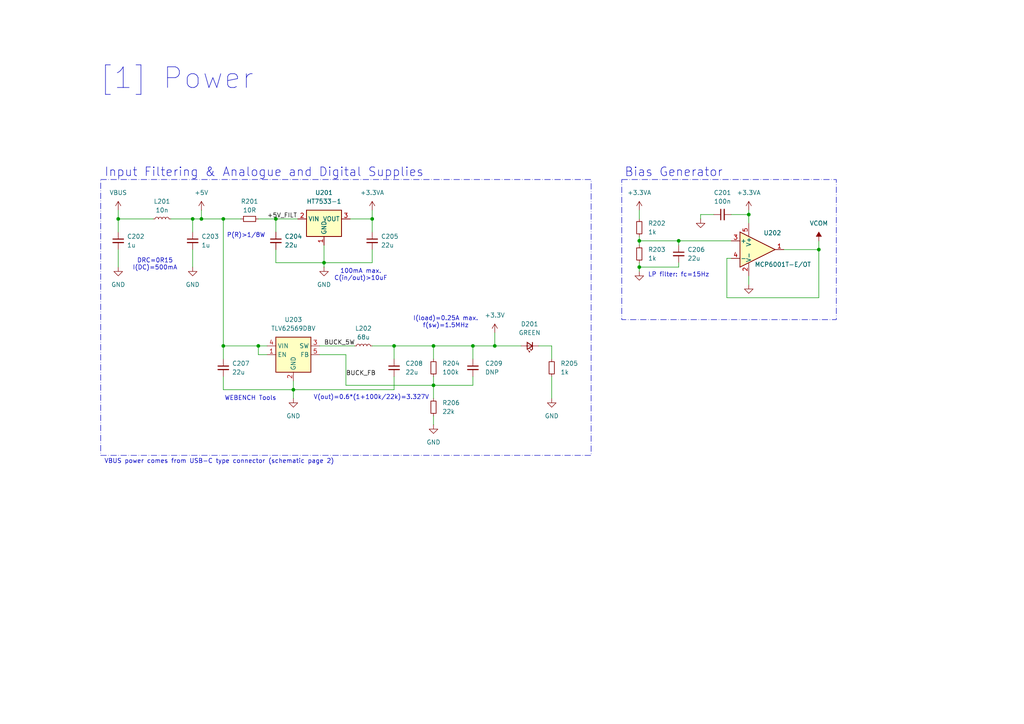
<source format=kicad_sch>
(kicad_sch (version 20231120) (generator "eeschema") (generator_version "8.0")
  (paper "A4")
  (title_block (title "Mixed-Signal Demo PCB") (rev "0.1") (company "Ricardo Cárdenes"))
  (lib_symbols
    (symbol "Amplifier_Operational:MCP6001-OT" (pin_names (offset 0.127))
      (property "Reference" "U" (at -1.27 6.35 0))
      (property "Value" "MCP6001-OT" (at -1.27 3.81 0))
      (symbol "MCP6001-OT_0_1"
        (polyline (pts (xy -5.08 5.08) (xy 5.08 0) (xy -5.08 -5.08) (xy -5.08 5.08)) (stroke (width 0.254)) (fill (type background)))
        (pin power_in line (at -2.54 -7.62 90) (length 3.81) (name "V-") (number "2"))
        (pin power_in line (at -2.54 7.62 270) (length 3.81) (name "V+") (number "5"))
      )
      (symbol "MCP6001-OT_1_1"
        (pin output line (at 7.62 0 180) (length 2.54) (name "~") (number "1"))
        (pin input line (at -7.62 2.54 0) (length 2.54) (name "+") (number "3"))
        (pin input line (at -7.62 -2.54 0) (length 2.54) (name "-") (number "4"))
      )
    )
    (symbol "Device:C_Small" (pin_numbers hide) (pin_names (offset 0.254) hide)
      (property "Reference" "C" (at 0.254 1.778 0))
      (property "Value" "C_Small" (at 0.254 -2.032 0))
      (symbol "C_Small_0_1"
        (polyline (pts (xy -1.524 -0.508) (xy 1.524 -0.508)) (stroke (width 0.3302)))
        (polyline (pts (xy -1.524 0.508) (xy 1.524 0.508)) (stroke (width 0.3048)))
      )
      (symbol "C_Small_1_1"
        (pin passive line (at 0 2.54 270) (length 2.032) (name "~") (number "1"))
        (pin passive line (at 0 -2.54 90) (length 2.032) (name "~") (number "2"))
      )
    )
    (symbol "Device:LED_Small" (pin_numbers hide) (pin_names (offset 0.254) hide)
      (property "Reference" "D" (at -1.27 3.175 0))
      (property "Value" "LED_Small" (at -4.445 -2.54 0))
      (symbol "LED_Small_0_1"
        (polyline (pts (xy -0.762 -1.016) (xy -0.762 1.016)) (stroke (width 0.254)))
        (polyline (pts (xy 1.016 0) (xy -0.762 0)))
        (polyline (pts (xy 0.762 -1.016) (xy -0.762 0) (xy 0.762 1.016) (xy 0.762 -1.016)) (stroke (width 0.254)))
        (polyline (pts (xy 0 0.762) (xy -0.508 1.27) (xy -0.254 1.27) (xy -0.508 1.27) (xy -0.508 1.016)))
        (polyline (pts (xy 0.508 1.27) (xy 0 1.778) (xy 0.254 1.778) (xy 0 1.778) (xy 0 1.524)))
      )
      (symbol "LED_Small_1_1"
        (pin passive line (at -2.54 0 0) (length 1.778) (name "K") (number "1"))
        (pin passive line (at 2.54 0 180) (length 1.778) (name "A") (number "2"))
      )
    )
    (symbol "Device:L_Small" (pin_numbers hide) (pin_names (offset 0.254) hide)
      (property "Reference" "L" (at 0.762 1.016 0))
      (property "Value" "L_Small" (at 0.762 -1.016 0))
      (symbol "L_Small_0_1"
        (arc (start 0 -2.032) (mid 0.5058 -1.524) (end 0 -1.016))
        (arc (start 0 -1.016) (mid 0.5058 -0.508) (end 0 0))
        (arc (start 0 0) (mid 0.5058 0.508) (end 0 1.016))
        (arc (start 0 1.016) (mid 0.5058 1.524) (end 0 2.032))
      )
      (symbol "L_Small_1_1"
        (pin passive line (at 0 2.54 270) (length 0.508) (name "~") (number "1"))
        (pin passive line (at 0 -2.54 90) (length 0.508) (name "~") (number "2"))
      )
    )
    (symbol "Device:R_Small" (pin_numbers hide) (pin_names (offset 0.254) hide)
      (property "Reference" "R" (at 0.762 0.508 0))
      (property "Value" "R_Small" (at 0.762 -1.016 0))
      (symbol "R_Small_0_1"
        (rectangle (start -0.762 1.778) (end 0.762 -1.778) (stroke (width 0.2032)))
      )
      (symbol "R_Small_1_1"
        (pin passive line (at 0 2.54 270) (length 0.762) (name "~") (number "1"))
        (pin passive line (at 0 -2.54 90) (length 0.762) (name "~") (number "2"))
      )
    )
    (symbol "Regulator_Linear:HT75xx-1-SOT89"
      (property "Reference" "U" (at -5.08 -3.81 0))
      (property "Value" "HT75xx-1-SOT89" (at 0 6.35 0))
      (symbol "HT75xx-1-SOT89_0_1"
        (rectangle (start -5.08 5.08) (end 5.08 -2.54) (stroke (width 0.254)) (fill (type background)))
      )
      (symbol "HT75xx-1-SOT89_1_1"
        (pin power_in line (at 0 -5.08 90) (length 2.54) (name "GND") (number "1"))
        (pin power_in line (at -7.62 2.54 0) (length 2.54) (name "VIN") (number "2"))
        (pin power_out line (at 7.62 2.54 180) (length 2.54) (name "VOUT") (number "3"))
      )
    )
    (symbol "Regulator_Switching:TLV62568DBV"
      (property "Reference" "U" (at -5.08 6.35 0))
      (property "Value" "TLV62568DBV" (at 0 6.35 0))
      (symbol "TLV62568DBV_0_1"
        (rectangle (start -5.08 5.08) (end 5.08 -5.08) (stroke (width 0.254)) (fill (type background)))
      )
      (symbol "TLV62568DBV_1_1"
        (pin input line (at -7.62 0 0) (length 2.54) (name "EN") (number "1"))
        (pin power_in line (at 0 -7.62 90) (length 2.54) (name "GND") (number "2"))
        (pin power_out line (at 7.62 2.54 180) (length 2.54) (name "SW") (number "3"))
        (pin power_in line (at -7.62 2.54 0) (length 2.54) (name "VIN") (number "4"))
        (pin input line (at 7.62 0 180) (length 2.54) (name "FB") (number "5"))
      )
    )
    (symbol "power:+3.3V" (power) (pin_numbers hide) (pin_names (offset 0) hide)
      (property "Value" "+3.3V" (at 0 3.556 0))
      (symbol "+3.3V_0_1"
        (polyline (pts (xy -0.762 1.27) (xy 0 2.54)))
        (polyline (pts (xy 0 0) (xy 0 2.54)))
        (polyline (pts (xy 0 2.54) (xy 0.762 1.27)))
      )
      (symbol "+3.3V_1_1"
        (pin power_in line (at 0 0 90) (length 0) (name "~") (number "1"))
      )
    )
    (symbol "power:+3.3VA" (power) (pin_numbers hide) (pin_names (offset 0) hide)
      (property "Value" "+3.3VA" (at 0 3.556 0))
      (symbol "+3.3VA_0_1"
        (polyline (pts (xy -0.762 1.27) (xy 0 2.54)))
        (polyline (pts (xy 0 0) (xy 0 2.54)))
        (polyline (pts (xy 0 2.54) (xy 0.762 1.27)))
      )
      (symbol "+3.3VA_1_1"
        (pin power_in line (at 0 0 90) (length 0) (name "~") (number "1"))
      )
    )
    (symbol "power:+5V" (power) (pin_numbers hide) (pin_names (offset 0) hide)
      (property "Value" "+5V" (at 0 3.556 0))
      (symbol "+5V_0_1"
        (polyline (pts (xy -0.762 1.27) (xy 0 2.54)))
        (polyline (pts (xy 0 0) (xy 0 2.54)))
        (polyline (pts (xy 0 2.54) (xy 0.762 1.27)))
      )
      (symbol "+5V_1_1"
        (pin power_in line (at 0 0 90) (length 0) (name "~") (number "1"))
      )
    )
    (symbol "power:GND" (power) (pin_numbers hide) (pin_names (offset 0) hide)
      (property "Value" "GND" (at 0 -3.81 0))
      (symbol "GND_0_1"
        (polyline (pts (xy 0 0) (xy 0 -1.27) (xy 1.27 -1.27) (xy 0 -2.54) (xy -1.27 -1.27) (xy 0 -1.27)))
      )
      (symbol "GND_1_1"
        (pin power_in line (at 0 0 270) (length 0) (name "~") (number "1"))
      )
    )
    (symbol "power:VBUS" (power) (pin_numbers hide) (pin_names (offset 0) hide)
      (property "Value" "VBUS" (at 0 3.556 0))
      (symbol "VBUS_0_1"
        (polyline (pts (xy -0.762 1.27) (xy 0 2.54)))
        (polyline (pts (xy 0 0) (xy 0 2.54)))
        (polyline (pts (xy 0 2.54) (xy 0.762 1.27)))
      )
      (symbol "VBUS_1_1"
        (pin power_in line (at 0 0 90) (length 0) (name "~") (number "1"))
      )
    )
    (symbol "power:VCOM" (power) (pin_numbers hide) (pin_names (offset 0) hide)
      (property "Value" "VCOM" (at 0 3.556 0))
      (symbol "VCOM_0_1"
        (polyline (pts (xy 0 0) (xy 0 2.54)))
        (polyline (pts (xy 0.762 1.27) (xy -0.762 1.27) (xy 0 2.54) (xy 0.762 1.27)) (fill (type outline)))
      )
      (symbol "VCOM_1_1"
        (pin power_in line (at 0 0 90) (length 0) (name "~") (number "1"))
      )
    )
  )
  (junction (at 237.49 72.39))
  (junction (at 196.85 69.85))
  (junction (at 143.51 100.33))
  (junction (at 74.93 100.33))
  (junction (at 107.95 63.5))
  (junction (at 137.16 100.33))
  (junction (at 185.42 69.85))
  (junction (at 80.01 63.5))
  (junction (at 85.09 113.03))
  (junction (at 217.17 62.23))
  (junction (at 58.42 63.5))
  (junction (at 93.98 76.2))
  (junction (at 34.29 63.5))
  (junction (at 64.77 100.33))
  (junction (at 64.77 63.5))
  (junction (at 55.88 63.5))
  (junction (at 114.3 100.33))
  (junction (at 125.73 100.33))
  (junction (at 185.42 77.47))
  (junction (at 125.73 111.76))
  (wire (pts (xy 114.3 100.33) (xy 125.73 100.33)))
  (wire (pts (xy 196.85 69.85) (xy 212.09 69.85)))
  (wire (pts (xy 64.77 109.22) (xy 64.77 113.03)))
  (wire (pts (xy 185.42 69.85) (xy 185.42 71.12)))
  (wire (pts (xy 227.33 72.39) (xy 237.49 72.39)))
  (wire (pts (xy 74.93 100.33) (xy 77.47 100.33)))
  (wire (pts (xy 107.95 100.33) (xy 114.3 100.33)))
  (wire (pts (xy 217.17 60.96) (xy 217.17 62.23)))
  (wire (pts (xy 143.51 96.52) (xy 143.51 100.33)))
  (wire (pts (xy 160.02 109.22) (xy 160.02 115.57)))
  (wire (pts (xy 125.73 111.76) (xy 125.73 115.57)))
  (wire (pts (xy 55.88 63.5) (xy 58.42 63.5)))
  (wire (pts (xy 34.29 60.96) (xy 34.29 63.5)))
  (wire (pts (xy 93.98 71.12) (xy 93.98 76.2)))
  (wire (pts (xy 137.16 100.33) (xy 137.16 104.14)))
  (wire (pts (xy 185.42 60.96) (xy 185.42 63.5)))
  (wire (pts (xy 93.98 76.2) (xy 93.98 77.47)))
  (wire (pts (xy 212.09 74.93) (xy 210.82 74.93)))
  (wire (pts (xy 114.3 109.22) (xy 114.3 113.03)))
  (wire (pts (xy 100.33 111.76) (xy 125.73 111.76)))
  (wire (pts (xy 58.42 60.96) (xy 58.42 63.5)))
  (wire (pts (xy 58.42 63.5) (xy 64.77 63.5)))
  (wire (pts (xy 107.95 60.96) (xy 107.95 63.5)))
  (wire (pts (xy 196.85 69.85) (xy 196.85 71.12)))
  (wire (pts (xy 80.01 63.5) (xy 86.36 63.5)))
  (wire (pts (xy 185.42 77.47) (xy 185.42 78.74)))
  (wire (pts (xy 107.95 76.2) (xy 93.98 76.2)))
  (wire (pts (xy 185.42 68.58) (xy 185.42 69.85)))
  (wire (pts (xy 203.2 63.5) (xy 203.2 62.23)))
  (wire (pts (xy 34.29 63.5) (xy 34.29 67.31)))
  (wire (pts (xy 114.3 113.03) (xy 85.09 113.03)))
  (wire (pts (xy 125.73 100.33) (xy 137.16 100.33)))
  (wire (pts (xy 156.21 100.33) (xy 160.02 100.33)))
  (wire (pts (xy 107.95 72.39) (xy 107.95 76.2)))
  (wire (pts (xy 217.17 80.01) (xy 217.17 82.55)))
  (wire (pts (xy 92.71 100.33) (xy 102.87 100.33)))
  (wire (pts (xy 55.88 72.39) (xy 55.88 77.47)))
  (wire (pts (xy 125.73 120.65) (xy 125.73 123.19)))
  (wire (pts (xy 107.95 63.5) (xy 107.95 67.31)))
  (wire (pts (xy 64.77 63.5) (xy 69.85 63.5)))
  (wire (pts (xy 34.29 72.39) (xy 34.29 77.47)))
  (wire (pts (xy 92.71 102.87) (xy 100.33 102.87)))
  (wire (pts (xy 64.77 113.03) (xy 85.09 113.03)))
  (wire (pts (xy 237.49 72.39) (xy 237.49 69.85)))
  (wire (pts (xy 74.93 102.87) (xy 74.93 100.33)))
  (wire (pts (xy 185.42 76.2) (xy 185.42 77.47)))
  (wire (pts (xy 64.77 100.33) (xy 64.77 104.14)))
  (wire (pts (xy 137.16 100.33) (xy 143.51 100.33)))
  (wire (pts (xy 212.09 62.23) (xy 217.17 62.23)))
  (wire (pts (xy 49.53 63.5) (xy 55.88 63.5)))
  (wire (pts (xy 114.3 100.33) (xy 114.3 104.14)))
  (wire (pts (xy 210.82 86.36) (xy 237.49 86.36)))
  (wire (pts (xy 137.16 111.76) (xy 125.73 111.76)))
  (wire (pts (xy 80.01 72.39) (xy 80.01 76.2)))
  (wire (pts (xy 34.29 63.5) (xy 44.45 63.5)))
  (wire (pts (xy 80.01 63.5) (xy 80.01 67.31)))
  (wire (pts (xy 125.73 100.33) (xy 125.73 104.14)))
  (wire (pts (xy 64.77 63.5) (xy 64.77 100.33)))
  (wire (pts (xy 101.6 63.5) (xy 107.95 63.5)))
  (wire (pts (xy 217.17 62.23) (xy 217.17 64.77)))
  (wire (pts (xy 85.09 113.03) (xy 85.09 115.57)))
  (wire (pts (xy 80.01 76.2) (xy 93.98 76.2)))
  (wire (pts (xy 55.88 63.5) (xy 55.88 67.31)))
  (wire (pts (xy 125.73 109.22) (xy 125.73 111.76)))
  (wire (pts (xy 137.16 109.22) (xy 137.16 111.76)))
  (wire (pts (xy 64.77 100.33) (xy 74.93 100.33)))
  (wire (pts (xy 143.51 100.33) (xy 151.13 100.33)))
  (wire (pts (xy 196.85 76.2) (xy 196.85 77.47)))
  (wire (pts (xy 210.82 74.93) (xy 210.82 86.36)))
  (wire (pts (xy 237.49 86.36) (xy 237.49 72.39)))
  (wire (pts (xy 85.09 110.49) (xy 85.09 113.03)))
  (wire (pts (xy 74.93 63.5) (xy 80.01 63.5)))
  (wire (pts (xy 203.2 62.23) (xy 207.01 62.23)))
  (wire (pts (xy 160.02 100.33) (xy 160.02 104.14)))
  (wire (pts (xy 196.85 77.47) (xy 185.42 77.47)))
  (wire (pts (xy 185.42 69.85) (xy 196.85 69.85)))
  (wire (pts (xy 77.47 102.87) (xy 74.93 102.87)))
  (wire (pts (xy 100.33 102.87) (xy 100.33 111.76)))
  (rectangle (start 180.34 52.07) (end 242.57 92.71) (stroke (width 0) (type dash_dot)))
  (rectangle (start 29.21 52.07) (end 171.45 132.08) (stroke (width 0) (type dash_dot)))
  (text "100mA max.\nC(in/out)>10uF" (at 104.648 79.756 0) (effects (font (size 1.27 1.27))))
  (text "I(load)=0.25A max.\nf(sw)=1.5MHz" (at 129.286 93.472 0) (effects (font (size 1.27 1.27))))
  (text "Bias Generator" (at 181.102 50.038 0) (effects (font (size 2.54 2.54)) (justify left)))
  (text "DRC=0R15\nI(DC)=500mA" (at 44.958 76.708 0) (effects (font (size 1.27 1.27))))
  (text "P(R)>1/8W" (at 71.374 68.326 0) (effects (font (size 1.27 1.27))))
  (text "LP filter: fc=15Hz" (at 196.85 79.756 0) (effects (font (size 1.27 1.27))))
  (text "V(out)=0.6*(1+100k/22k)=3.327V" (at 107.696 115.316 0) (effects (font (size 1.27 1.27))))
  (text "VBUS power comes from USB-C type connector (schematic page 2)" (at 30.226 133.858 0) (effects (font (size 1.27 1.27)) (justify left)))
  (text "[1] Power" (at 51.308 22.86 0) (effects (font (size 6 6))))
  (text "WEBENCH Tools" (at 72.644 115.57 0) (effects (font (size 1.27 1.27))))
  (text "Input Filtering & Analogue and Digital Supplies" (at 30.226 50.038 0) (effects (font (size 2.54 2.54)) (justify left)))
  (label "BUCK_FB" (at 100.33 109.22 0))
  (label "+5V_FILT" (at 77.47 63.5 0))
  (label "BUCK_5W" (at 93.98 100.33 0))
  (symbol (lib_id "power:GND") (at 55.88 77.47 0) (unit 1)
    (property "Reference" "#PWR0209" (effects (hide yes)))
    (property "Value" "GND" (at 55.88 82.55 0))
    (property "Description" "Power symbol creates a global label with name \"GND\" , ground" (effects (hide yes)))
  )
  (symbol (lib_id "power:GND") (at 217.17 82.55 0) (unit 1)
    (property "Reference" "#PWR0212" (effects (hide yes)))
    (property "Value" "GND" (effects (hide yes)))
    (property "Description" "Power symbol creates a global label with name \"GND\" , ground" (effects (hide yes)))
  )
  (symbol (lib_id "Device:L_Small") (at 46.99 63.5 90) (unit 1)
    (property "Reference" "L201" (at 46.99 58.42 90))
    (property "Value" "10n" (at 46.99 60.96 90))
    (property "Description" "Inductor, small symbol" (effects (hide yes)))
  )
  (symbol (lib_id "power:VCOM") (at 237.49 69.85 0) (unit 1)
    (property "Reference" "#PWR0207" (effects (hide yes)))
    (property "Value" "VCOM" (at 237.49 64.77 0))
    (property "Description" "Power symbol creates a global label with name \"VCOM\"" (effects (hide yes)))
  )
  (symbol (lib_id "power:+3.3VA") (at 185.42 60.96 0) (unit 1)
    (property "Reference" "#PWR0204" (effects (hide yes)))
    (property "Value" "+3.3VA" (at 185.42 55.88 0))
    (property "Description" "Power symbol creates a global label with name \"+3.3VA\"" (effects (hide yes)))
  )
  (symbol (lib_id "power:GND") (at 125.73 123.19 0) (unit 1)
    (property "Reference" "#PWR0216" (effects (hide yes)))
    (property "Value" "GND" (at 125.73 128.27 0))
    (property "Description" "Power symbol creates a global label with name \"GND\" , ground" (effects (hide yes)))
  )
  (symbol (lib_id "power:GND") (at 34.29 77.47 0) (unit 1)
    (property "Reference" "#PWR0208" (effects (hide yes)))
    (property "Value" "GND" (at 34.29 82.55 0))
    (property "Description" "Power symbol creates a global label with name \"GND\" , ground" (effects (hide yes)))
  )
  (symbol (lib_id "Device:LED_Small") (at 153.67 100.33 180) (unit 1)
    (property "Reference" "D201" (at 153.6065 93.98 0))
    (property "Value" "GREEN" (at 153.6065 96.52 0))
    (property "Description" "Light emitting diode, small symbol" (effects (hide yes)))
  )
  (symbol (lib_id "Device:R_Small") (at 125.73 118.11 180) (unit 1)
    (property "Reference" "R206" (at 128.27 116.8399 0) (effects (justify right)))
    (property "Value" "22k" (at 128.27 119.3799 0) (effects (justify right)))
    (property "Description" "Resistor, small symbol" (effects (hide yes)))
  )
  (symbol (lib_id "Device:C_Small") (at 114.3 106.68 0) (unit 1)
    (property "Reference" "C208" (at 117.5641 105.4162 0) (effects (justify left)))
    (property "Value" "22u" (at 117.5641 107.9562 0) (effects (justify left)))
    (property "Description" "Unpolarized capacitor, small symbol" (effects (hide yes)))
  )
  (symbol (lib_id "power:GND") (at 85.09 115.57 0) (unit 1)
    (property "Reference" "#PWR0214" (effects (hide yes)))
    (property "Value" "GND" (at 85.09 120.65 0))
    (property "Description" "Power symbol creates a global label with name \"GND\" , ground" (effects (hide yes)))
  )
  (symbol (lib_id "Device:C_Small") (at 34.29 69.85 0) (unit 1)
    (property "Reference" "C202" (at 36.83 68.5862 0) (effects (justify left)))
    (property "Value" "1u" (at 36.83 71.1262 0) (effects (justify left)))
    (property "Description" "Unpolarized capacitor, small symbol" (effects (hide yes)))
  )
  (symbol (lib_id "power:GND") (at 203.2 63.5 0) (unit 1)
    (property "Reference" "#PWR0206" (effects (hide yes)))
    (property "Value" "GND" (effects (hide yes)))
    (property "Description" "Power symbol creates a global label with name \"GND\" , ground" (effects (hide yes)))
  )
  (symbol (lib_id "Device:R_Small") (at 160.02 106.68 180) (unit 1)
    (property "Reference" "R205" (at 162.56 105.4099 0) (effects (justify right)))
    (property "Value" "1k" (at 162.56 107.9499 0) (effects (justify right)))
    (property "Description" "Resistor, small symbol" (effects (hide yes)))
  )
  (symbol (lib_id "power:+3.3VA") (at 217.17 60.96 0) (unit 1)
    (property "Reference" "#PWR0205" (effects (hide yes)))
    (property "Value" "+3.3VA" (at 217.17 55.88 0))
    (property "Description" "Power symbol creates a global label with name \"+3.3VA\"" (effects (hide yes)))
  )
  (symbol (lib_id "Device:C_Small") (at 209.55 62.23 90) (unit 1)
    (property "Reference" "C201" (at 209.5563 55.88 90))
    (property "Value" "100n" (at 209.5563 58.42 90))
    (property "Description" "Unpolarized capacitor, small symbol" (effects (hide yes)))
  )
  (symbol (lib_id "Amplifier_Operational:MCP6001-OT") (at 219.71 72.39 0) (unit 1)
    (property "Reference" "U202" (at 224.028 67.564 0))
    (property "Value" "MCP6001T-E/OT" (at 227.076 76.708 0))
    (property "Footprint" "Package_TO_SOT_SMD:SOT-23-5" (effects (hide yes)))
    (property "Datasheet" "https://ww1.microchip.com/downloads/en/DeviceDoc/MCP6001-1R-1U-2-4-1-MHz-Low-Power-Op-Amp-DS20001733L.pdf" (effects (hide yes)))
    (property "Description" "1MHz, Low-Power Op Amp, SOT-23-5" (effects (hide yes)))
    (property "MPN" " C29429" (effects (hide yes)))
  )
  (symbol (lib_id "power:GND") (at 160.02 115.57 0) (unit 1)
    (property "Reference" "#PWR0215" (effects (hide yes)))
    (property "Value" "GND" (at 160.02 120.65 0))
    (property "Description" "Power symbol creates a global label with name \"GND\" , ground" (effects (hide yes)))
  )
  (symbol (lib_id "Device:C_Small") (at 196.85 73.66 0) (unit 1)
    (property "Reference" "C206" (at 199.39 72.3962 0) (effects (justify left)))
    (property "Value" "22u" (at 199.39 74.9362 0) (effects (justify left)))
    (property "Description" "Unpolarized capacitor, small symbol" (effects (hide yes)))
  )
  (symbol (lib_id "Device:C_Small") (at 107.95 69.85 0) (unit 1)
    (property "Reference" "C205" (at 110.49 68.5862 0) (effects (justify left)))
    (property "Value" "22u" (at 110.49 71.1262 0) (effects (justify left)))
    (property "Description" "Unpolarized capacitor, small symbol" (effects (hide yes)))
  )
  (symbol (lib_id "power:+3.3VA") (at 107.95 60.96 0) (unit 1)
    (property "Reference" "#PWR0203" (effects (hide yes)))
    (property "Value" "+3.3VA" (at 107.95 55.88 0))
    (property "Description" "Power symbol creates a global label with name \"+3.3VA\"" (effects (hide yes)))
  )
  (symbol (lib_id "power:VBUS") (at 34.29 60.96 0) (unit 1)
    (property "Reference" "#PWR0201" (effects (hide yes)))
    (property "Value" "VBUS" (at 34.29 55.88 0))
    (property "Description" "Power symbol creates a global label with name \"VBUS\"" (effects (hide yes)))
  )
  (symbol (lib_id "Device:L_Small") (at 105.41 100.33 90) (unit 1)
    (property "Reference" "L202" (at 105.41 95.25 90))
    (property "Value" "68u" (at 105.41 97.79 90))
    (property "Description" "Inductor, small symbol" (effects (hide yes)))
  )
  (symbol (lib_id "power:+5V") (at 58.42 60.96 0) (unit 1)
    (property "Reference" "#PWR0202" (effects (hide yes)))
    (property "Value" "+5V" (at 58.42 55.88 0))
    (property "Description" "Power symbol creates a global label with name \"+5V\"" (effects (hide yes)))
  )
  (symbol (lib_id "power:GND") (at 93.98 77.47 0) (unit 1)
    (property "Reference" "#PWR0210" (effects (hide yes)))
    (property "Value" "GND" (at 93.98 82.55 0))
    (property "Description" "Power symbol creates a global label with name \"GND\" , ground" (effects (hide yes)))
  )
  (symbol (lib_id "Device:R_Small") (at 72.39 63.5 90) (unit 1)
    (property "Reference" "R201" (at 72.39 58.42 90))
    (property "Value" "10R" (at 72.39 60.96 90))
    (property "Description" "Resistor, small symbol" (effects (hide yes)))
  )
  (symbol (lib_id "Device:R_Small") (at 185.42 66.04 180) (unit 1)
    (property "Reference" "R202" (at 187.96 64.7699 0) (effects (justify right)))
    (property "Value" "1k" (at 187.96 67.3099 0) (effects (justify right)))
    (property "Description" "Resistor, small symbol" (effects (hide yes)))
  )
  (symbol (lib_id "Device:R_Small") (at 125.73 106.68 180) (unit 1)
    (property "Reference" "R204" (at 128.27 105.4099 0) (effects (justify right)))
    (property "Value" "100k" (at 128.27 107.9499 0) (effects (justify right)))
    (property "Description" "Resistor, small symbol" (effects (hide yes)))
  )
  (symbol (lib_id "Regulator_Linear:HT75xx-1-SOT89") (at 93.98 66.04 0) (unit 1)
    (property "Reference" "U201" (at 93.98 55.88 0))
    (property "Value" "HT7533-1" (at 93.98 58.42 0))
    (property "Footprint" "Package_TO_SOT_SMD:SOT-89-3" (effects (hide yes)))
    (property "Datasheet" "https://www.holtek.com/documents/10179/116711/HT75xx-1v250.pdf" (effects (hide yes)))
    (property "Description" "100mA Low Dropout Voltage Regulator, Fixed Output, SOT89" (effects (hide yes)))
    (property "MPN" "C14289" (effects (hide yes)))
  )
  (symbol (lib_id "Device:C_Small") (at 80.01 69.85 0) (unit 1)
    (property "Reference" "C204" (at 82.55 68.5862 0) (effects (justify left)))
    (property "Value" "22u" (at 82.55 71.1262 0) (effects (justify left)))
    (property "Description" "Unpolarized capacitor, small symbol" (effects (hide yes)))
  )
  (symbol (lib_id "power:GND") (at 185.42 78.74 0) (unit 1)
    (property "Reference" "#PWR0211" (effects (hide yes)))
    (property "Value" "GND" (effects (hide yes)))
    (property "Description" "Power symbol creates a global label with name \"GND\" , ground" (effects (hide yes)))
  )
  (symbol (lib_id "Regulator_Switching:TLV62568DBV") (at 85.09 102.87 0) (unit 1)
    (property "Reference" "U203" (at 85.09 92.71 0))
    (property "Value" "TLV62569DBV" (at 85.09 95.25 0))
    (property "Footprint" "Package_TO_SOT_SMD:SOT-23-5" (effects (hide yes)))
    (property "Datasheet" "http://www.ti.com/lit/ds/symlink/tlv62568.pdf" (effects (hide yes)))
    (property "Description" "High Efficiency Synchronous Buck Converter, Adjustable Output 0.6V-5.5V, 1A, SOT-23-5" (effects (hide yes)))
    (property "MPN" "C2864104" (effects (hide yes)))
  )
  (symbol (lib_id "Device:C_Small") (at 137.16 106.68 0) (unit 1)
    (property "Reference" "C209" (at 140.6831 105.4162 0) (effects (justify left)))
    (property "Value" "DNP" (at 140.6831 107.9562 0) (effects (justify left)))
    (property "Description" "Unpolarized capacitor, small symbol" (effects (hide yes)))
  )
  (symbol (lib_id "Device:R_Small") (at 185.42 73.66 180) (unit 1)
    (property "Reference" "R203" (at 187.96 72.3899 0) (effects (justify right)))
    (property "Value" "1k" (at 187.96 74.9299 0) (effects (justify right)))
    (property "Description" "Resistor, small symbol" (effects (hide yes)))
  )
  (symbol (lib_id "Device:C_Small") (at 55.88 69.85 0) (unit 1)
    (property "Reference" "C203" (at 58.42 68.5862 0) (effects (justify left)))
    (property "Value" "1u" (at 58.42 71.1262 0) (effects (justify left)))
    (property "Description" "Unpolarized capacitor, small symbol" (effects (hide yes)))
  )
  (symbol (lib_id "Device:C_Small") (at 64.77 106.68 0) (unit 1)
    (property "Reference" "C207" (at 67.31 105.4162 0) (effects (justify left)))
    (property "Value" "22u" (at 67.31 107.9562 0) (effects (justify left)))
    (property "Description" "Unpolarized capacitor, small symbol" (effects (hide yes)))
  )
  (symbol (lib_id "power:+3.3V") (at 143.51 96.52 0) (unit 1)
    (property "Reference" "#PWR0213" (effects (hide yes)))
    (property "Value" "+3.3V" (at 143.51 91.44 0))
    (property "Description" "Power symbol creates a global label with name \"+3.3V\"" (effects (hide yes)))
  )
)
</source>
